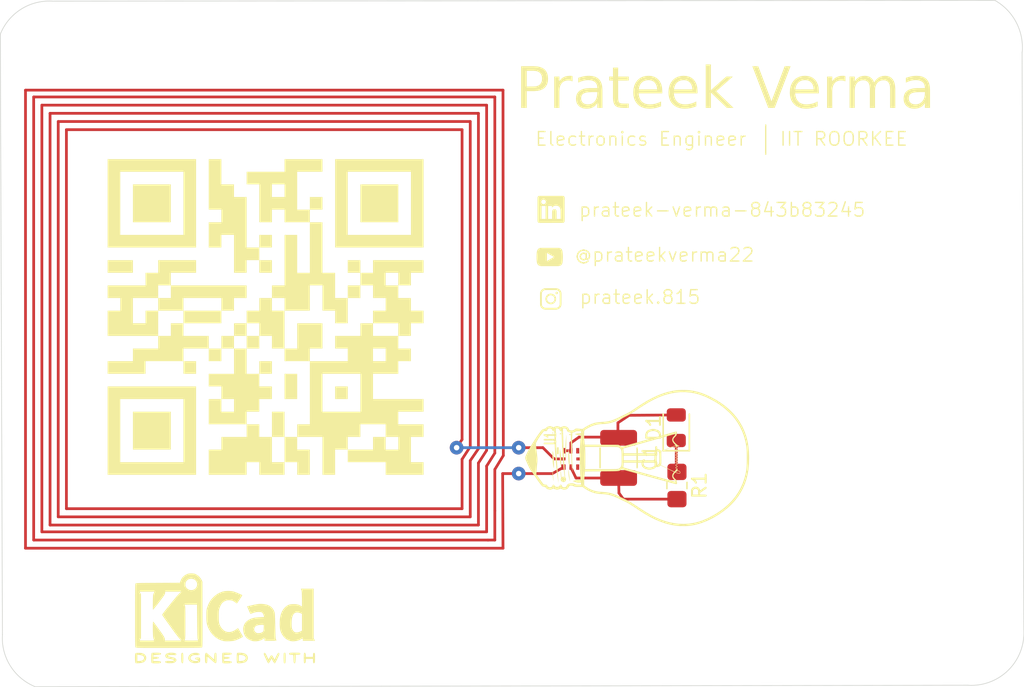
<source format=kicad_pcb>
(kicad_pcb (version 20240108) (generator "pcbnew") (generator_version "8.0")
  (layers (0 "F.Cu" signal) (31 "B.Cu" signal) (34 "B.Paste" user) (35 "F.Paste" user) (36 "B.SilkS" user "B.Silkscreen") (37 "F.SilkS" user "F.Silkscreen") (38 "B.Mask" user) (39 "F.Mask" user) (44 "Edge.Cuts" user))
  (net 0 "")
  (net 1 "Net-(U1-VSS)")
  (net 2 "Net-(D1-A)")
  (net 3 "Net-(D1-K)")
  (net 4 "Net-(U1-LA)")
  (net 8 "Net-(U1-LB)")
  (footprint "NT3H1101W0FHKH:IC_NT3H1101W0FHKH" (layer "F.Cu") (at 141.9 83.5625 90)
    (property "Reference" "U1" (at 1.5 -1.5 270) (layer "F.SilkS") (effects (font (size 0.8 0.48) (thickness 0.12))))
    (property "Value" "NT3H1101W0FHKH")
    (pad "1" smd rect (at -0.6 -0.55 90) (size 0.4 0.32) (layers "F.Cu") (net 4 "Net-(U1-LA)"))
    (pad "2" smd rect (at -0.6 0 90) (size 0.4 0.22) (layers "F.Cu" "F.Paste") (net 1 "Net-(U1-VSS)"))
    (pad "3" smd rect (at -0.6 0.5 90) (size 0.4 0.22) (layers "F.Cu" "F.Paste"))
    (pad "4" smd rect (at 0 0.6 90) (size 0.22 0.4) (layers "F.Cu" "F.Paste"))
    (pad "5" smd rect (at 0.6 0.5 90) (size 0.4 0.22) (layers "F.Cu" "F.Paste"))
    (pad "6" smd rect (at 0.6 0 90) (size 0.4 0.22) (layers "F.Cu" "F.Paste") (net 2 "Net-(D1-A)"))
    (pad "7" smd rect (at 0.6 -0.5 90) (size 0.4 0.22) (layers "F.Cu" "F.Paste") (net 2 "Net-(D1-A)"))
    (pad "8" smd rect (at 0 -0.6 90) (size 0.22 0.4) (layers "F.Cu" "F.Paste") (net 8 "Net-(U1-LB)"))
  )
  (footprint "Capacitor_SMD:C_1210_3225Metric" (layer "F.Cu") (at 145.4 83.4875 -90)
    (property "Reference" "C1" (at 0 -2.3 90) (layer "F.SilkS"))
    (property "Value" "220 nf")
    (pad "1" smd roundrect (at -1.475 0 270) (size 1.15 2.7) (layers "F.Cu" "F.Paste" "F.Mask") (roundrect_rratio 0.217391) (net 2 "Net-(D1-A)"))
    (pad "2" smd roundrect (at 1.475 0 270) (size 1.15 2.7) (layers "F.Cu" "F.Paste" "F.Mask") (roundrect_rratio 0.217391) (net 1 "Net-(U1-VSS)"))
  )
  (footprint "LOGO" (layer "F.Cu") (at 140.425 71.825)
    (property "Reference" "G***" (hide yes))
    (property "Value" "LOGO" (hide yes))
  )
  (footprint "LOGO" (layer "F.Cu") (at 116.45 95.275)
    (property "Reference" "G***" (hide yes))
    (property "Value" "LOGO" (hide yes))
  )
  (footprint "Antenna_footprint:Antenna" (layer "F.Cu") (at 119.425 73.3125)
    (property "Reference" "REF**" (hide yes))
    (property "Value" "Antenna" (hide yes))
    (fp_line (start -17.5 -16.8) (end 17.5 -16.8) (stroke (width 0.2)) (layer "F.Cu"))
    (fp_line (start -17.5 16.8) (end -17.5 -16.8) (stroke (width 0.2)) (layer "F.Cu"))
    (fp_line (start -16.9 -16.3) (end 16.9 -16.3) (stroke (width 0.2)) (layer "F.Cu"))
    (fp_line (start -16.9 16.2) (end -16.9 -16.3) (stroke (width 0.2)) (layer "F.Cu"))
    (fp_line (start -16.3 -15.7) (end 16.3 -15.7) (stroke (width 0.2)) (layer "F.Cu"))
    (fp_line (start -16.3 15.6) (end -16.3 -15.7) (stroke (width 0.2)) (layer "F.Cu"))
    (fp_line (start -15.7 -15.1) (end 15.7 -15.1) (stroke (width 0.2)) (layer "F.Cu"))
    (fp_line (start -15.7 15.1) (end -15.7 -15.1) (stroke (width 0.2)) (layer "F.Cu"))
    (fp_line (start -15.1 -14.5) (end 15.1 -14.5) (stroke (width 0.2)) (layer "F.Cu"))
    (fp_line (start -15.1 14.5) (end -15.1 -14.5) (stroke (width 0.2)) (layer "F.Cu"))
    (fp_line (start -14.5 -13.9) (end 14.5 -13.9) (stroke (width 0.2)) (layer "F.Cu"))
    (fp_line (start -14.5 13.9) (end -14.5 -13.9) (stroke (width 0.2)) (layer "F.Cu"))
    (fp_line (start 14.5 -13.9) (end 14.5 8.825) (stroke (width 0.2)) (layer "F.Cu"))
    (fp_line (start 14.5 8.825) (end 14.1 9.425) (stroke (width 0.2)) (layer "F.Cu"))
    (fp_line (start 14.5 10.275) (end 14.5 13.9) (stroke (width 0.2)) (layer "F.Cu"))
    (fp_line (start 14.5 13.9) (end -14.5 13.9) (stroke (width 0.2)) (layer "F.Cu"))
    (fp_line (start 15.1 -14.5) (end 15.1 9.35) (stroke (width 0.2)) (layer "F.Cu"))
    (fp_line (start 15.1 9.35) (end 14.5 10.275) (stroke (width 0.2)) (layer "F.Cu"))
    (fp_line (start 15.1 10.375) (end 15.1 14.5) (stroke (width 0.2)) (layer "F.Cu"))
    (fp_line (start 15.1 14.5) (end -15.1 14.5) (stroke (width 0.2)) (layer "F.Cu"))
    (fp_line (start 15.7 -15.1) (end 15.7 9.5) (stroke (width 0.2)) (layer "F.Cu"))
    (fp_line (start 15.7 9.5) (end 15.1 10.375) (stroke (width 0.2)) (layer "F.Cu"))
    (fp_line (start 15.7 10.55) (end 15.7 15.1) (stroke (width 0.2)) (layer "F.Cu"))
    (fp_line (start 15.7 15.1) (end -15.7 15.1) (stroke (width 0.2)) (layer "F.Cu"))
    (fp_line (start 16.3 -15.7) (end 16.3 9.625) (stroke (width 0.2)) (layer "F.Cu"))
    (fp_line (start 16.3 9.625) (end 15.7 10.55) (stroke (width 0.2)) (layer "F.Cu"))
    (fp_line (start 16.3 10.775) (end 16.3 15.6) (stroke (width 0.2)) (layer "F.Cu"))
    (fp_line (start 16.3 15.6) (end -16.3 15.6) (stroke (width 0.2)) (layer "F.Cu"))
    (fp_line (start 16.4 16.2) (end -16.9 16.2) (stroke (width 0.2)) (layer "F.Cu"))
    (fp_line (start 16.9 -16.3) (end 16.9 9.825) (stroke (width 0.2)) (layer "F.Cu"))
    (fp_line (start 16.9 9.825) (end 16.3 10.775) (stroke (width 0.2)) (layer "F.Cu"))
    (fp_line (start 16.9 11.025) (end 16.9 14.05) (stroke (width 0.2)) (layer "F.Cu"))
    (fp_line (start 16.9 14.05) (end 16.9 16.2) (stroke (width 0.2)) (layer "F.Cu"))
    (fp_line (start 16.9 16.2) (end 16.4 16.2) (stroke (width 0.2)) (layer "F.Cu"))
    (fp_line (start 17.5 -16.8) (end 17.525 10) (stroke (width 0.2)) (layer "F.Cu"))
    (fp_line (start 17.5 16.8) (end -17.5 16.8) (stroke (width 0.2)) (layer "F.Cu"))
    (fp_line (start 17.5 16.8) (end 17.475 11.325) (stroke (width 0.2)) (layer "F.Cu"))
    (fp_line (start 17.525 10) (end 16.9 11.025) (stroke (width 0.2)) (layer "F.Cu"))
    (fp_line (start 18.65 11.325) (end 17.475 11.325) (stroke (width 0.2)) (layer "F.Cu"))
    (pad "A" thru_hole circle (at 18.65 11.325) (size 1 1) (drill 0.4) (layers "*.Cu" "*.Mask"))
    (pad "B" thru_hole circle (at 14.1 9.425) (size 1 1) (drill 0.4) (layers "*.Cu" "*.Mask"))
    (pad "B" thru_hole circle (at 18.65 9.425) (size 1 1) (drill 0.4) (layers "*.Cu" "*.Mask"))
  )
  (footprint "LOGO" (layer "F.Cu") (at 140.35 68.75)
    (property "Reference" "G***" (hide yes))
    (property "Value" "LOGO" (hide yes))
  )
  (footprint "Resistor_SMD:R_0805_2012Metric_Pad1.20x1.40mm_HandSolder" (layer "F.Cu") (at 149.675 85.5125 -90)
    (property "Reference" "R1" (at 0 -1.65 90) (layer "F.SilkS"))
    (property "Value" "47")
    (pad "1" smd roundrect (at -1 0 270) (size 1.2 1.4) (layers "F.Cu" "F.Paste" "F.Mask") (roundrect_rratio 0.208333) (net 3 "Net-(D1-K)"))
    (pad "2" smd roundrect (at 1 0 270) (size 1.2 1.4) (layers "F.Cu" "F.Paste" "F.Mask") (roundrect_rratio 0.208333) (net 1 "Net-(U1-VSS)"))
  )
  (footprint "LOGO" (layer "F.Cu") (at 146.76 83.4875 -90)
    (property "Reference" "G***" (hide yes))
    (property "Value" "LOGO" (hide yes))
  )
  (footprint "LOGO" (layer "F.Cu") (at 119.525 73.15)
    (property "Reference" "G***" (hide yes))
    (property "Value" "LOGO" (hide yes))
  )
  (footprint "LED_SMD:LED_0805_2012Metric" (layer "F.Cu") (at 149.625 81.275 90)
    (property "Reference" "D1" (at 0 -1.65 270) (layer "F.SilkS"))
    (property "Value" "LED")
    (pad "1" smd roundrect (at -0.9375 0 90) (size 0.975 1.4) (layers "F.Cu" "F.Paste" "F.Mask") (net 3 "Net-(D1-K)"))
    (pad "2" smd roundrect (at 0.9375 0 90) (size 0.975 1.4) (layers "F.Cu" "F.Paste" "F.Mask") (net 2 "Net-(D1-A)"))
  )
  (footprint "LOGO" (layer "F.Cu") (at 140.45 65.25)
    (property "Reference" "g1" (hide yes))
    (property "Value" "LOGO" (hide yes))
  )
  (gr_line (start 139.85 82.7375) (end 140.675 83.5625) (stroke (width 0.2)) (layer "F.Cu") (net 8))
  (gr_line (start 142.275 84.9625) (end 141.9 84.1875) (stroke (width 0.2)) (layer "F.Cu") (net 1))
  (gr_line (start 138.075 82.7375) (end 139.85 82.7375) (stroke (width 0.2)) (layer "F.Cu") (net 8))
  (gr_line (start 145.75 86.5125) (end 145.425 86.0625) (stroke (width 0.2)) (layer "F.Cu") (net 1))
  (gr_line (start 145.4 84.9625) (end 142.275 84.9625) (stroke (width 0.2)) (layer "F.Cu") (net 1))
  (gr_line (start 138.075 84.6375) (end 140.55 84.6375) (stroke (width 0.2)) (layer "F.Cu") (net 4))
  (gr_line (start 149.675 86.5125) (end 145.75 86.5125) (stroke (width 0.2)) (layer "F.Cu") (net 1))
  (gr_line (start 142.5 81.9625) (end 141.9 82.3875) (stroke (width 0.2)) (layer "F.Cu") (net 2))
  (gr_line (start 141.9 82.3875) (end 141.9 82.9625) (stroke (width 0.2)) (layer "F.Cu") (net 2))
  (gr_line (start 141.4 82.9625) (end 141.9 82.9625) (stroke (width 0.2)) (layer "F.Cu") (net 2))
  (gr_line (start 146.175 80.3625) (end 145.35 80.9125) (stroke (width 0.2)) (layer "F.Cu") (net 2))
  (gr_line (start 145.425 86.0625) (end 145.4 84.9625) (stroke (width 0.2)) (layer "F.Cu") (net 1))
  (gr_line (start 140.675 83.5625) (end 141.25 83.5625) (stroke (width 0.2)) (layer "F.Cu") (net 8))
  (gr_line (start 145.35 80.9125) (end 145.35 81.9625) (stroke (width 0.2)) (layer "F.Cu") (net 2))
  (gr_line (start 149.625 82.2375) (end 149.625 84.2875) (stroke (width 0.2)) (layer "F.Cu") (net 3))
  (gr_line (start 149.675 80.3375) (end 146.175 80.3625) (stroke (width 0.2)) (layer "F.Cu") (net 2))
  (gr_line (start 141.325 83.5625) (end 141.375 83.5625) (stroke (width 0.2)) (layer "F.Cu") (net 8))
  (gr_line (start 140.55 84.6375) (end 141.375 84.1625) (stroke (width 0.2)) (layer "F.Cu") (net 4))
  (gr_line (start 145.35 81.9625) (end 142.5 81.9625) (stroke (width 0.2)) (layer "F.Cu") (net 2))
  (gr_line (start 133.55 82.7375) (end 138.05 82.7375) (stroke (width 0.2)) (layer "B.Cu") (net 8))
  (gr_arc (start 172.975 49.925001) (mid 174.537994 51.529657) (end 174.980822 53.725511) (stroke (width 0.05)) (layer "Edge.Cuts"))
  (gr_arc (start 100.081474 52.403024) (mid 101.6 50.575) (end 103.902669 49.987369) (stroke (width 0.05)) (layer "Edge.Cuts"))
  (gr_arc (start 175.1 96.1) (mid 173.96958 99.052432) (end 171.009724 100.163267) (stroke (width 0.05)) (layer "Edge.Cuts"))
  (gr_line (start 100.234345 96.453804) (end 100.081474 52.403024) (stroke (width 0.05)) (layer "Edge.Cuts"))
  (gr_line (start 103.902669 49.987369) (end 172.975 49.925001) (stroke (width 0.05)) (layer "Edge.Cuts"))
  (gr_line (start 174.975 53.725) (end 175.1 96.1) (stroke (width 0.05)) (layer "Edge.Cuts"))
  (gr_line (start 171.009842 100.161507) (end 102.65 100.274999) (stroke (width 0.05)) (layer "Edge.Cuts"))
  (gr_arc (start 102.65 100.274999) (mid 100.821976 98.756473) (end 100.234345 96.453804) (stroke (width 0.05)) (layer "Edge.Cuts"))
  (gr_text "Prateek Verma" (at 153.225 58.325 0) (layer "F.SilkS") (effects (font (size 3 3) (thickness 0.3125)) (justify bottom)))
  (gr_text "prateek.815" (at 142.475 72.275 0) (layer "F.SilkS") (effects (font (size 1 1) (thickness 0.1)) (justify left bottom)))
  (gr_text "IIT ROORKEE" (at 157.15 60.675 0) (layer "F.SilkS") (effects (font (size 1 1) (thickness 0.1)) (justify left bottom)))
  (gr_text "Electronics Engineer" (at 139.225 60.675 0) (layer "F.SilkS") (effects (font (size 1 1) (thickness 0.1)) (justify left bottom)))
  (gr_text "prateek-verma-843b83245" (at 142.425 65.875 0) (layer "F.SilkS") (effects (font (size 1 1) (thickness 0.1)) (justify left bottom)))
  (gr_text "@prateekverma22" (at 142.1 69.175 0) (layer "F.SilkS") (effects (font (size 1 1) (thickness 0.1)) (justify left bottom)))
  (gr_text "|" (at 155.4 60.9 0) (layer "F.SilkS") (effects (font (size 1.5 1.5) (thickness 0.1)) (justify left bottom)))
)
</source>
